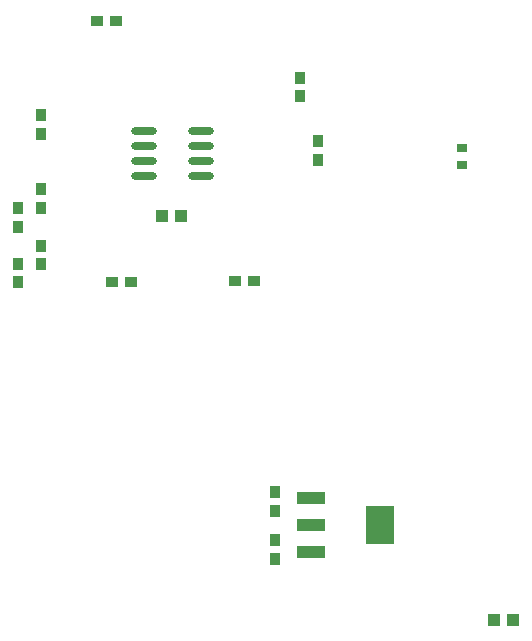
<source format=gbp>
G04*
G04 #@! TF.GenerationSoftware,Altium Limited,Altium Designer,18.1.6 (161)*
G04*
G04 Layer_Color=128*
%FSLAX25Y25*%
%MOIN*%
G70*
G01*
G75*
%ADD41R,0.09449X0.12598*%
%ADD42R,0.09449X0.03937*%
%ADD43R,0.03740X0.03937*%
%ADD44R,0.04134X0.03937*%
%ADD45O,0.08661X0.02362*%
%ADD46R,0.03543X0.02756*%
%ADD47R,0.03937X0.03740*%
D41*
X130417Y27000D02*
D03*
D42*
X107583Y36055D02*
D03*
Y27000D02*
D03*
Y17945D02*
D03*
D43*
X95500Y15780D02*
D03*
Y22079D02*
D03*
Y38220D02*
D03*
Y31921D02*
D03*
X17500Y120256D02*
D03*
Y113957D02*
D03*
X109748Y155051D02*
D03*
Y148752D02*
D03*
X10000Y107957D02*
D03*
Y114256D02*
D03*
X17500Y139008D02*
D03*
Y132709D02*
D03*
X104000Y169957D02*
D03*
Y176256D02*
D03*
X17500Y163756D02*
D03*
Y157457D02*
D03*
X10000Y126457D02*
D03*
Y132756D02*
D03*
D44*
X64150Y130106D02*
D03*
X57850D02*
D03*
X175000Y-4500D02*
D03*
X168701D02*
D03*
D45*
X51902Y143606D02*
D03*
Y148606D02*
D03*
Y153606D02*
D03*
Y158606D02*
D03*
X70799Y143606D02*
D03*
Y148606D02*
D03*
Y153606D02*
D03*
Y158606D02*
D03*
D46*
X157748Y146980D02*
D03*
Y152886D02*
D03*
D47*
X47650Y108106D02*
D03*
X41350D02*
D03*
X82350Y108606D02*
D03*
X88650D02*
D03*
X42496Y195106D02*
D03*
X36197D02*
D03*
M02*

</source>
